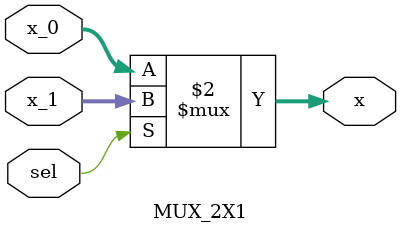
<source format=sv>
module MUX_2X1 #(parameter width = 320)
	(
        input [width - 1:0] x_0,
	 	input [width - 1:0] x_1,
		input sel,
		output logic [width - 1:0] x
	 );
	assign x = (~sel)? x_0 :x_1;


endmodule
</source>
